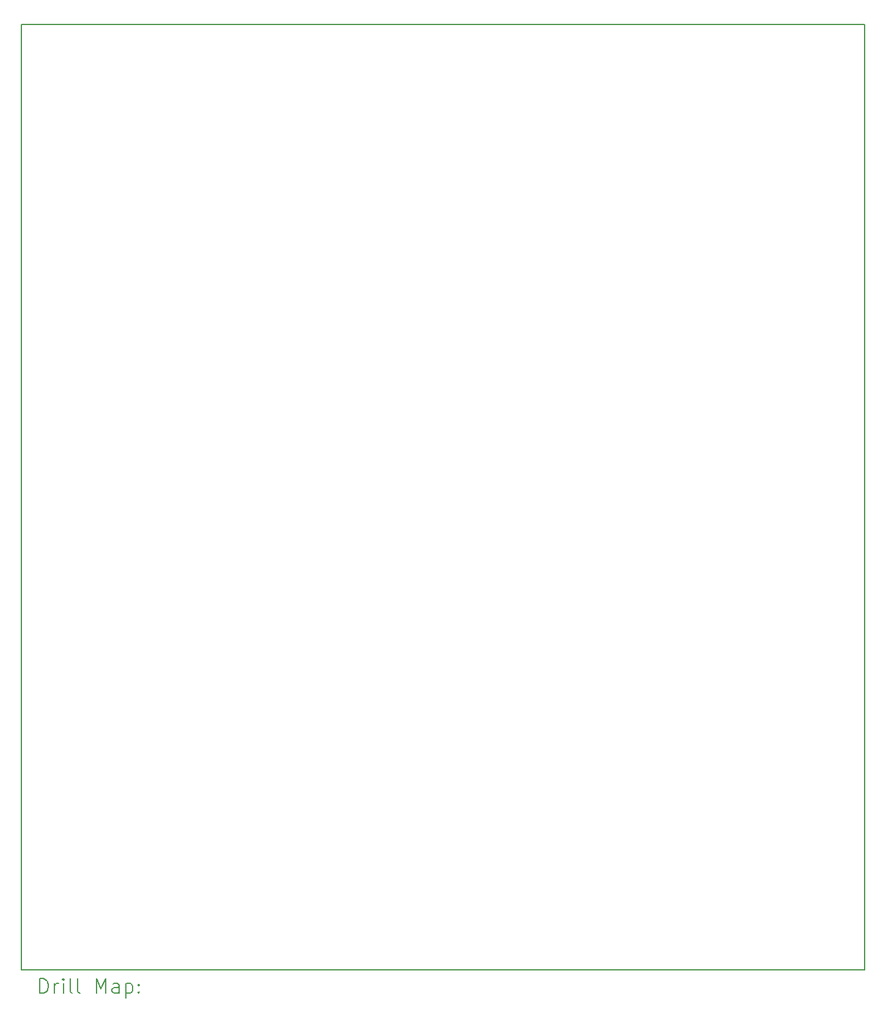
<source format=gbr>
%TF.GenerationSoftware,KiCad,Pcbnew,7.0.9*%
%TF.CreationDate,2024-01-15T08:13:40+05:30*%
%TF.ProjectId,controller_full6,636f6e74-726f-46c6-9c65-725f66756c6c,rev?*%
%TF.SameCoordinates,Original*%
%TF.FileFunction,Drillmap*%
%TF.FilePolarity,Positive*%
%FSLAX45Y45*%
G04 Gerber Fmt 4.5, Leading zero omitted, Abs format (unit mm)*
G04 Created by KiCad (PCBNEW 7.0.9) date 2024-01-15 08:13:40*
%MOMM*%
%LPD*%
G01*
G04 APERTURE LIST*
%ADD10C,0.150000*%
%ADD11C,0.200000*%
G04 APERTURE END LIST*
D10*
X12835000Y-4962500D02*
X24515000Y-4962500D01*
X24515000Y-18060500D01*
X12835000Y-18060500D01*
X12835000Y-4962500D01*
D11*
X13088277Y-18379484D02*
X13088277Y-18179484D01*
X13088277Y-18179484D02*
X13135896Y-18179484D01*
X13135896Y-18179484D02*
X13164467Y-18189008D01*
X13164467Y-18189008D02*
X13183515Y-18208055D01*
X13183515Y-18208055D02*
X13193039Y-18227103D01*
X13193039Y-18227103D02*
X13202562Y-18265198D01*
X13202562Y-18265198D02*
X13202562Y-18293770D01*
X13202562Y-18293770D02*
X13193039Y-18331865D01*
X13193039Y-18331865D02*
X13183515Y-18350912D01*
X13183515Y-18350912D02*
X13164467Y-18369960D01*
X13164467Y-18369960D02*
X13135896Y-18379484D01*
X13135896Y-18379484D02*
X13088277Y-18379484D01*
X13288277Y-18379484D02*
X13288277Y-18246150D01*
X13288277Y-18284246D02*
X13297801Y-18265198D01*
X13297801Y-18265198D02*
X13307324Y-18255674D01*
X13307324Y-18255674D02*
X13326372Y-18246150D01*
X13326372Y-18246150D02*
X13345420Y-18246150D01*
X13412086Y-18379484D02*
X13412086Y-18246150D01*
X13412086Y-18179484D02*
X13402562Y-18189008D01*
X13402562Y-18189008D02*
X13412086Y-18198531D01*
X13412086Y-18198531D02*
X13421610Y-18189008D01*
X13421610Y-18189008D02*
X13412086Y-18179484D01*
X13412086Y-18179484D02*
X13412086Y-18198531D01*
X13535896Y-18379484D02*
X13516848Y-18369960D01*
X13516848Y-18369960D02*
X13507324Y-18350912D01*
X13507324Y-18350912D02*
X13507324Y-18179484D01*
X13640658Y-18379484D02*
X13621610Y-18369960D01*
X13621610Y-18369960D02*
X13612086Y-18350912D01*
X13612086Y-18350912D02*
X13612086Y-18179484D01*
X13869229Y-18379484D02*
X13869229Y-18179484D01*
X13869229Y-18179484D02*
X13935896Y-18322341D01*
X13935896Y-18322341D02*
X14002562Y-18179484D01*
X14002562Y-18179484D02*
X14002562Y-18379484D01*
X14183515Y-18379484D02*
X14183515Y-18274722D01*
X14183515Y-18274722D02*
X14173991Y-18255674D01*
X14173991Y-18255674D02*
X14154943Y-18246150D01*
X14154943Y-18246150D02*
X14116848Y-18246150D01*
X14116848Y-18246150D02*
X14097801Y-18255674D01*
X14183515Y-18369960D02*
X14164467Y-18379484D01*
X14164467Y-18379484D02*
X14116848Y-18379484D01*
X14116848Y-18379484D02*
X14097801Y-18369960D01*
X14097801Y-18369960D02*
X14088277Y-18350912D01*
X14088277Y-18350912D02*
X14088277Y-18331865D01*
X14088277Y-18331865D02*
X14097801Y-18312817D01*
X14097801Y-18312817D02*
X14116848Y-18303293D01*
X14116848Y-18303293D02*
X14164467Y-18303293D01*
X14164467Y-18303293D02*
X14183515Y-18293770D01*
X14278753Y-18246150D02*
X14278753Y-18446150D01*
X14278753Y-18255674D02*
X14297801Y-18246150D01*
X14297801Y-18246150D02*
X14335896Y-18246150D01*
X14335896Y-18246150D02*
X14354943Y-18255674D01*
X14354943Y-18255674D02*
X14364467Y-18265198D01*
X14364467Y-18265198D02*
X14373991Y-18284246D01*
X14373991Y-18284246D02*
X14373991Y-18341389D01*
X14373991Y-18341389D02*
X14364467Y-18360436D01*
X14364467Y-18360436D02*
X14354943Y-18369960D01*
X14354943Y-18369960D02*
X14335896Y-18379484D01*
X14335896Y-18379484D02*
X14297801Y-18379484D01*
X14297801Y-18379484D02*
X14278753Y-18369960D01*
X14459705Y-18360436D02*
X14469229Y-18369960D01*
X14469229Y-18369960D02*
X14459705Y-18379484D01*
X14459705Y-18379484D02*
X14450182Y-18369960D01*
X14450182Y-18369960D02*
X14459705Y-18360436D01*
X14459705Y-18360436D02*
X14459705Y-18379484D01*
X14459705Y-18255674D02*
X14469229Y-18265198D01*
X14469229Y-18265198D02*
X14459705Y-18274722D01*
X14459705Y-18274722D02*
X14450182Y-18265198D01*
X14450182Y-18265198D02*
X14459705Y-18255674D01*
X14459705Y-18255674D02*
X14459705Y-18274722D01*
M02*

</source>
